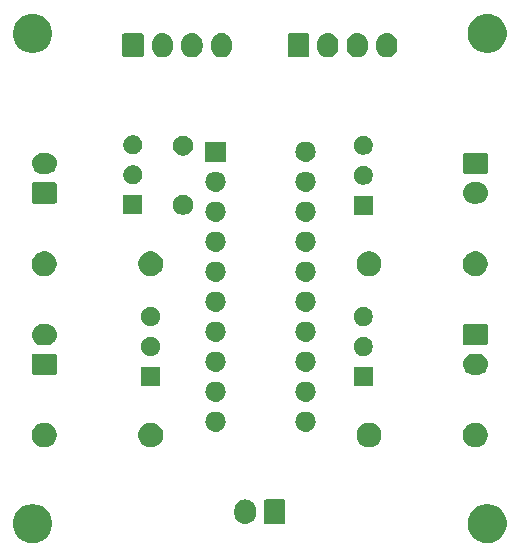
<source format=gbr>
G04 #@! TF.GenerationSoftware,KiCad,Pcbnew,(5.1.4)-1*
G04 #@! TF.CreationDate,2020-08-13T18:30:19+03:00*
G04 #@! TF.ProjectId,4_switch_array,345f7377-6974-4636-985f-61727261792e,rev?*
G04 #@! TF.SameCoordinates,Original*
G04 #@! TF.FileFunction,Soldermask,Top*
G04 #@! TF.FilePolarity,Negative*
%FSLAX46Y46*%
G04 Gerber Fmt 4.6, Leading zero omitted, Abs format (unit mm)*
G04 Created by KiCad (PCBNEW (5.1.4)-1) date 2020-08-13 18:30:19*
%MOMM*%
%LPD*%
G04 APERTURE LIST*
%ADD10C,0.100000*%
G04 APERTURE END LIST*
D10*
G36*
X166375256Y-76891298D02*
G01*
X166481579Y-76912447D01*
X166782042Y-77036903D01*
X167052451Y-77217585D01*
X167282415Y-77447549D01*
X167463097Y-77717958D01*
X167578460Y-77996468D01*
X167587553Y-78018422D01*
X167641611Y-78290186D01*
X167651000Y-78337391D01*
X167651000Y-78662609D01*
X167587553Y-78981579D01*
X167463097Y-79282042D01*
X167282415Y-79552451D01*
X167052451Y-79782415D01*
X166782042Y-79963097D01*
X166481579Y-80087553D01*
X166375256Y-80108702D01*
X166162611Y-80151000D01*
X165837389Y-80151000D01*
X165624744Y-80108702D01*
X165518421Y-80087553D01*
X165217958Y-79963097D01*
X164947549Y-79782415D01*
X164717585Y-79552451D01*
X164536903Y-79282042D01*
X164412447Y-78981579D01*
X164349000Y-78662609D01*
X164349000Y-78337391D01*
X164358390Y-78290186D01*
X164412447Y-78018422D01*
X164421541Y-77996468D01*
X164536903Y-77717958D01*
X164717585Y-77447549D01*
X164947549Y-77217585D01*
X165217958Y-77036903D01*
X165518421Y-76912447D01*
X165624744Y-76891298D01*
X165837389Y-76849000D01*
X166162611Y-76849000D01*
X166375256Y-76891298D01*
X166375256Y-76891298D01*
G37*
G36*
X127875256Y-76891298D02*
G01*
X127981579Y-76912447D01*
X128282042Y-77036903D01*
X128552451Y-77217585D01*
X128782415Y-77447549D01*
X128963097Y-77717958D01*
X129078460Y-77996468D01*
X129087553Y-78018422D01*
X129141611Y-78290186D01*
X129151000Y-78337391D01*
X129151000Y-78662609D01*
X129087553Y-78981579D01*
X128963097Y-79282042D01*
X128782415Y-79552451D01*
X128552451Y-79782415D01*
X128282042Y-79963097D01*
X127981579Y-80087553D01*
X127875256Y-80108702D01*
X127662611Y-80151000D01*
X127337389Y-80151000D01*
X127124744Y-80108702D01*
X127018421Y-80087553D01*
X126717958Y-79963097D01*
X126447549Y-79782415D01*
X126217585Y-79552451D01*
X126036903Y-79282042D01*
X125912447Y-78981579D01*
X125849000Y-78662609D01*
X125849000Y-78337391D01*
X125858390Y-78290186D01*
X125912447Y-78018422D01*
X125921541Y-77996468D01*
X126036903Y-77717958D01*
X126217585Y-77447549D01*
X126447549Y-77217585D01*
X126717958Y-77036903D01*
X127018421Y-76912447D01*
X127124744Y-76891298D01*
X127337389Y-76849000D01*
X127662611Y-76849000D01*
X127875256Y-76891298D01*
X127875256Y-76891298D01*
G37*
G36*
X145676627Y-76462037D02*
G01*
X145846466Y-76513557D01*
X146002991Y-76597222D01*
X146038729Y-76626552D01*
X146140186Y-76709814D01*
X146223448Y-76811271D01*
X146252778Y-76847009D01*
X146336443Y-77003534D01*
X146387963Y-77173374D01*
X146401000Y-77305743D01*
X146401000Y-77694258D01*
X146387963Y-77826627D01*
X146336443Y-77996466D01*
X146252778Y-78152991D01*
X146223448Y-78188729D01*
X146140186Y-78290186D01*
X146002989Y-78402779D01*
X145846467Y-78486442D01*
X145846465Y-78486443D01*
X145676626Y-78537963D01*
X145500000Y-78555359D01*
X145323373Y-78537963D01*
X145153534Y-78486443D01*
X144997009Y-78402778D01*
X144954750Y-78368097D01*
X144859814Y-78290186D01*
X144747221Y-78152989D01*
X144663558Y-77996467D01*
X144663557Y-77996465D01*
X144612037Y-77826626D01*
X144605519Y-77760442D01*
X144599000Y-77694259D01*
X144599000Y-77305740D01*
X144612037Y-77173375D01*
X144612037Y-77173373D01*
X144663557Y-77003534D01*
X144747222Y-76847009D01*
X144859815Y-76709815D01*
X144997010Y-76597222D01*
X145153535Y-76513557D01*
X145323374Y-76462037D01*
X145500000Y-76444641D01*
X145676627Y-76462037D01*
X145676627Y-76462037D01*
G37*
G36*
X148758600Y-76452989D02*
G01*
X148791652Y-76463015D01*
X148822103Y-76479292D01*
X148848799Y-76501201D01*
X148870708Y-76527897D01*
X148886985Y-76558348D01*
X148897011Y-76591400D01*
X148901000Y-76631903D01*
X148901000Y-78368097D01*
X148897011Y-78408600D01*
X148886985Y-78441652D01*
X148870708Y-78472103D01*
X148848799Y-78498799D01*
X148822103Y-78520708D01*
X148791652Y-78536985D01*
X148758600Y-78547011D01*
X148718097Y-78551000D01*
X147281903Y-78551000D01*
X147241400Y-78547011D01*
X147208348Y-78536985D01*
X147177897Y-78520708D01*
X147151201Y-78498799D01*
X147129292Y-78472103D01*
X147113015Y-78441652D01*
X147102989Y-78408600D01*
X147099000Y-78368097D01*
X147099000Y-76631903D01*
X147102989Y-76591400D01*
X147113015Y-76558348D01*
X147129292Y-76527897D01*
X147151201Y-76501201D01*
X147177897Y-76479292D01*
X147208348Y-76463015D01*
X147241400Y-76452989D01*
X147281903Y-76449000D01*
X148718097Y-76449000D01*
X148758600Y-76452989D01*
X148758600Y-76452989D01*
G37*
G36*
X165306564Y-69989389D02*
G01*
X165497833Y-70068615D01*
X165497835Y-70068616D01*
X165669973Y-70183635D01*
X165816365Y-70330027D01*
X165931385Y-70502167D01*
X166010611Y-70693436D01*
X166051000Y-70896484D01*
X166051000Y-71103516D01*
X166010611Y-71306564D01*
X165931385Y-71497833D01*
X165931384Y-71497835D01*
X165816365Y-71669973D01*
X165669973Y-71816365D01*
X165497835Y-71931384D01*
X165497834Y-71931385D01*
X165497833Y-71931385D01*
X165306564Y-72010611D01*
X165103516Y-72051000D01*
X164896484Y-72051000D01*
X164693436Y-72010611D01*
X164502167Y-71931385D01*
X164502166Y-71931385D01*
X164502165Y-71931384D01*
X164330027Y-71816365D01*
X164183635Y-71669973D01*
X164068616Y-71497835D01*
X164068615Y-71497833D01*
X163989389Y-71306564D01*
X163949000Y-71103516D01*
X163949000Y-70896484D01*
X163989389Y-70693436D01*
X164068615Y-70502167D01*
X164183635Y-70330027D01*
X164330027Y-70183635D01*
X164502165Y-70068616D01*
X164502167Y-70068615D01*
X164693436Y-69989389D01*
X164896484Y-69949000D01*
X165103516Y-69949000D01*
X165306564Y-69989389D01*
X165306564Y-69989389D01*
G37*
G36*
X128806564Y-69989389D02*
G01*
X128997833Y-70068615D01*
X128997835Y-70068616D01*
X129169973Y-70183635D01*
X129316365Y-70330027D01*
X129431385Y-70502167D01*
X129510611Y-70693436D01*
X129551000Y-70896484D01*
X129551000Y-71103516D01*
X129510611Y-71306564D01*
X129431385Y-71497833D01*
X129431384Y-71497835D01*
X129316365Y-71669973D01*
X129169973Y-71816365D01*
X128997835Y-71931384D01*
X128997834Y-71931385D01*
X128997833Y-71931385D01*
X128806564Y-72010611D01*
X128603516Y-72051000D01*
X128396484Y-72051000D01*
X128193436Y-72010611D01*
X128002167Y-71931385D01*
X128002166Y-71931385D01*
X128002165Y-71931384D01*
X127830027Y-71816365D01*
X127683635Y-71669973D01*
X127568616Y-71497835D01*
X127568615Y-71497833D01*
X127489389Y-71306564D01*
X127449000Y-71103516D01*
X127449000Y-70896484D01*
X127489389Y-70693436D01*
X127568615Y-70502167D01*
X127683635Y-70330027D01*
X127830027Y-70183635D01*
X128002165Y-70068616D01*
X128002167Y-70068615D01*
X128193436Y-69989389D01*
X128396484Y-69949000D01*
X128603516Y-69949000D01*
X128806564Y-69989389D01*
X128806564Y-69989389D01*
G37*
G36*
X137806564Y-69989389D02*
G01*
X137997833Y-70068615D01*
X137997835Y-70068616D01*
X138169973Y-70183635D01*
X138316365Y-70330027D01*
X138431385Y-70502167D01*
X138510611Y-70693436D01*
X138551000Y-70896484D01*
X138551000Y-71103516D01*
X138510611Y-71306564D01*
X138431385Y-71497833D01*
X138431384Y-71497835D01*
X138316365Y-71669973D01*
X138169973Y-71816365D01*
X137997835Y-71931384D01*
X137997834Y-71931385D01*
X137997833Y-71931385D01*
X137806564Y-72010611D01*
X137603516Y-72051000D01*
X137396484Y-72051000D01*
X137193436Y-72010611D01*
X137002167Y-71931385D01*
X137002166Y-71931385D01*
X137002165Y-71931384D01*
X136830027Y-71816365D01*
X136683635Y-71669973D01*
X136568616Y-71497835D01*
X136568615Y-71497833D01*
X136489389Y-71306564D01*
X136449000Y-71103516D01*
X136449000Y-70896484D01*
X136489389Y-70693436D01*
X136568615Y-70502167D01*
X136683635Y-70330027D01*
X136830027Y-70183635D01*
X137002165Y-70068616D01*
X137002167Y-70068615D01*
X137193436Y-69989389D01*
X137396484Y-69949000D01*
X137603516Y-69949000D01*
X137806564Y-69989389D01*
X137806564Y-69989389D01*
G37*
G36*
X156306564Y-69989389D02*
G01*
X156497833Y-70068615D01*
X156497835Y-70068616D01*
X156669973Y-70183635D01*
X156816365Y-70330027D01*
X156931385Y-70502167D01*
X157010611Y-70693436D01*
X157051000Y-70896484D01*
X157051000Y-71103516D01*
X157010611Y-71306564D01*
X156931385Y-71497833D01*
X156931384Y-71497835D01*
X156816365Y-71669973D01*
X156669973Y-71816365D01*
X156497835Y-71931384D01*
X156497834Y-71931385D01*
X156497833Y-71931385D01*
X156306564Y-72010611D01*
X156103516Y-72051000D01*
X155896484Y-72051000D01*
X155693436Y-72010611D01*
X155502167Y-71931385D01*
X155502166Y-71931385D01*
X155502165Y-71931384D01*
X155330027Y-71816365D01*
X155183635Y-71669973D01*
X155068616Y-71497835D01*
X155068615Y-71497833D01*
X154989389Y-71306564D01*
X154949000Y-71103516D01*
X154949000Y-70896484D01*
X154989389Y-70693436D01*
X155068615Y-70502167D01*
X155183635Y-70330027D01*
X155330027Y-70183635D01*
X155502165Y-70068616D01*
X155502167Y-70068615D01*
X155693436Y-69989389D01*
X155896484Y-69949000D01*
X156103516Y-69949000D01*
X156306564Y-69989389D01*
X156306564Y-69989389D01*
G37*
G36*
X143166823Y-69021313D02*
G01*
X143327242Y-69069976D01*
X143459906Y-69140886D01*
X143475078Y-69148996D01*
X143604659Y-69255341D01*
X143711004Y-69384922D01*
X143711005Y-69384924D01*
X143790024Y-69532758D01*
X143838687Y-69693177D01*
X143855117Y-69860000D01*
X143838687Y-70026823D01*
X143790024Y-70187242D01*
X143719114Y-70319906D01*
X143711004Y-70335078D01*
X143604659Y-70464659D01*
X143475078Y-70571004D01*
X143475076Y-70571005D01*
X143327242Y-70650024D01*
X143166823Y-70698687D01*
X143041804Y-70711000D01*
X142958196Y-70711000D01*
X142833177Y-70698687D01*
X142672758Y-70650024D01*
X142524924Y-70571005D01*
X142524922Y-70571004D01*
X142395341Y-70464659D01*
X142288996Y-70335078D01*
X142280886Y-70319906D01*
X142209976Y-70187242D01*
X142161313Y-70026823D01*
X142144883Y-69860000D01*
X142161313Y-69693177D01*
X142209976Y-69532758D01*
X142288995Y-69384924D01*
X142288996Y-69384922D01*
X142395341Y-69255341D01*
X142524922Y-69148996D01*
X142540094Y-69140886D01*
X142672758Y-69069976D01*
X142833177Y-69021313D01*
X142958196Y-69009000D01*
X143041804Y-69009000D01*
X143166823Y-69021313D01*
X143166823Y-69021313D01*
G37*
G36*
X150786823Y-69021313D02*
G01*
X150947242Y-69069976D01*
X151079906Y-69140886D01*
X151095078Y-69148996D01*
X151224659Y-69255341D01*
X151331004Y-69384922D01*
X151331005Y-69384924D01*
X151410024Y-69532758D01*
X151458687Y-69693177D01*
X151475117Y-69860000D01*
X151458687Y-70026823D01*
X151410024Y-70187242D01*
X151339114Y-70319906D01*
X151331004Y-70335078D01*
X151224659Y-70464659D01*
X151095078Y-70571004D01*
X151095076Y-70571005D01*
X150947242Y-70650024D01*
X150786823Y-70698687D01*
X150661804Y-70711000D01*
X150578196Y-70711000D01*
X150453177Y-70698687D01*
X150292758Y-70650024D01*
X150144924Y-70571005D01*
X150144922Y-70571004D01*
X150015341Y-70464659D01*
X149908996Y-70335078D01*
X149900886Y-70319906D01*
X149829976Y-70187242D01*
X149781313Y-70026823D01*
X149764883Y-69860000D01*
X149781313Y-69693177D01*
X149829976Y-69532758D01*
X149908995Y-69384924D01*
X149908996Y-69384922D01*
X150015341Y-69255341D01*
X150144922Y-69148996D01*
X150160094Y-69140886D01*
X150292758Y-69069976D01*
X150453177Y-69021313D01*
X150578196Y-69009000D01*
X150661804Y-69009000D01*
X150786823Y-69021313D01*
X150786823Y-69021313D01*
G37*
G36*
X143166823Y-66481313D02*
G01*
X143327242Y-66529976D01*
X143459906Y-66600886D01*
X143475078Y-66608996D01*
X143604659Y-66715341D01*
X143711004Y-66844922D01*
X143711005Y-66844924D01*
X143790024Y-66992758D01*
X143838687Y-67153177D01*
X143855117Y-67320000D01*
X143838687Y-67486823D01*
X143790024Y-67647242D01*
X143719114Y-67779906D01*
X143711004Y-67795078D01*
X143604659Y-67924659D01*
X143475078Y-68031004D01*
X143475076Y-68031005D01*
X143327242Y-68110024D01*
X143166823Y-68158687D01*
X143041804Y-68171000D01*
X142958196Y-68171000D01*
X142833177Y-68158687D01*
X142672758Y-68110024D01*
X142524924Y-68031005D01*
X142524922Y-68031004D01*
X142395341Y-67924659D01*
X142288996Y-67795078D01*
X142280886Y-67779906D01*
X142209976Y-67647242D01*
X142161313Y-67486823D01*
X142144883Y-67320000D01*
X142161313Y-67153177D01*
X142209976Y-66992758D01*
X142288995Y-66844924D01*
X142288996Y-66844922D01*
X142395341Y-66715341D01*
X142524922Y-66608996D01*
X142540094Y-66600886D01*
X142672758Y-66529976D01*
X142833177Y-66481313D01*
X142958196Y-66469000D01*
X143041804Y-66469000D01*
X143166823Y-66481313D01*
X143166823Y-66481313D01*
G37*
G36*
X150786823Y-66481313D02*
G01*
X150947242Y-66529976D01*
X151079906Y-66600886D01*
X151095078Y-66608996D01*
X151224659Y-66715341D01*
X151331004Y-66844922D01*
X151331005Y-66844924D01*
X151410024Y-66992758D01*
X151458687Y-67153177D01*
X151475117Y-67320000D01*
X151458687Y-67486823D01*
X151410024Y-67647242D01*
X151339114Y-67779906D01*
X151331004Y-67795078D01*
X151224659Y-67924659D01*
X151095078Y-68031004D01*
X151095076Y-68031005D01*
X150947242Y-68110024D01*
X150786823Y-68158687D01*
X150661804Y-68171000D01*
X150578196Y-68171000D01*
X150453177Y-68158687D01*
X150292758Y-68110024D01*
X150144924Y-68031005D01*
X150144922Y-68031004D01*
X150015341Y-67924659D01*
X149908996Y-67795078D01*
X149900886Y-67779906D01*
X149829976Y-67647242D01*
X149781313Y-67486823D01*
X149764883Y-67320000D01*
X149781313Y-67153177D01*
X149829976Y-66992758D01*
X149908995Y-66844924D01*
X149908996Y-66844922D01*
X150015341Y-66715341D01*
X150144922Y-66608996D01*
X150160094Y-66600886D01*
X150292758Y-66529976D01*
X150453177Y-66481313D01*
X150578196Y-66469000D01*
X150661804Y-66469000D01*
X150786823Y-66481313D01*
X150786823Y-66481313D01*
G37*
G36*
X156301000Y-66841000D02*
G01*
X154699000Y-66841000D01*
X154699000Y-65239000D01*
X156301000Y-65239000D01*
X156301000Y-66841000D01*
X156301000Y-66841000D01*
G37*
G36*
X138301000Y-66841000D02*
G01*
X136699000Y-66841000D01*
X136699000Y-65239000D01*
X138301000Y-65239000D01*
X138301000Y-66841000D01*
X138301000Y-66841000D01*
G37*
G36*
X129408600Y-64102989D02*
G01*
X129441652Y-64113015D01*
X129472103Y-64129292D01*
X129498799Y-64151201D01*
X129520708Y-64177897D01*
X129536985Y-64208348D01*
X129547011Y-64241400D01*
X129551000Y-64281903D01*
X129551000Y-65718097D01*
X129547011Y-65758600D01*
X129536985Y-65791652D01*
X129520708Y-65822103D01*
X129498799Y-65848799D01*
X129472103Y-65870708D01*
X129441652Y-65886985D01*
X129408600Y-65897011D01*
X129368097Y-65901000D01*
X127631903Y-65901000D01*
X127591400Y-65897011D01*
X127558348Y-65886985D01*
X127527897Y-65870708D01*
X127501201Y-65848799D01*
X127479292Y-65822103D01*
X127463015Y-65791652D01*
X127452989Y-65758600D01*
X127449000Y-65718097D01*
X127449000Y-64281903D01*
X127452989Y-64241400D01*
X127463015Y-64208348D01*
X127479292Y-64177897D01*
X127501201Y-64151201D01*
X127527897Y-64129292D01*
X127558348Y-64113015D01*
X127591400Y-64102989D01*
X127631903Y-64099000D01*
X129368097Y-64099000D01*
X129408600Y-64102989D01*
X129408600Y-64102989D01*
G37*
G36*
X165234760Y-64102989D02*
G01*
X165326627Y-64112037D01*
X165496466Y-64163557D01*
X165652991Y-64247222D01*
X165681013Y-64270219D01*
X165790186Y-64359814D01*
X165873448Y-64461271D01*
X165902778Y-64497009D01*
X165902779Y-64497011D01*
X165964871Y-64613175D01*
X165986443Y-64653534D01*
X166037963Y-64823373D01*
X166055359Y-65000000D01*
X166037963Y-65176627D01*
X165986443Y-65346466D01*
X165902778Y-65502991D01*
X165873448Y-65538729D01*
X165790186Y-65640186D01*
X165695250Y-65718097D01*
X165652991Y-65752778D01*
X165496466Y-65836443D01*
X165326627Y-65887963D01*
X165260442Y-65894482D01*
X165194260Y-65901000D01*
X164805740Y-65901000D01*
X164739558Y-65894482D01*
X164673373Y-65887963D01*
X164503534Y-65836443D01*
X164347009Y-65752778D01*
X164304750Y-65718097D01*
X164209814Y-65640186D01*
X164126552Y-65538729D01*
X164097222Y-65502991D01*
X164013557Y-65346466D01*
X163962037Y-65176627D01*
X163944641Y-65000000D01*
X163962037Y-64823373D01*
X164013557Y-64653534D01*
X164035130Y-64613175D01*
X164097221Y-64497011D01*
X164097222Y-64497009D01*
X164126552Y-64461271D01*
X164209814Y-64359814D01*
X164318987Y-64270219D01*
X164347009Y-64247222D01*
X164503534Y-64163557D01*
X164673373Y-64112037D01*
X164765240Y-64102989D01*
X164805740Y-64099000D01*
X165194260Y-64099000D01*
X165234760Y-64102989D01*
X165234760Y-64102989D01*
G37*
G36*
X143166823Y-63941313D02*
G01*
X143327242Y-63989976D01*
X143459906Y-64060886D01*
X143475078Y-64068996D01*
X143604659Y-64175341D01*
X143711004Y-64304922D01*
X143711005Y-64304924D01*
X143790024Y-64452758D01*
X143838687Y-64613177D01*
X143855117Y-64780000D01*
X143838687Y-64946823D01*
X143790024Y-65107242D01*
X143752938Y-65176625D01*
X143711004Y-65255078D01*
X143604659Y-65384659D01*
X143475078Y-65491004D01*
X143475076Y-65491005D01*
X143327242Y-65570024D01*
X143166823Y-65618687D01*
X143041804Y-65631000D01*
X142958196Y-65631000D01*
X142833177Y-65618687D01*
X142672758Y-65570024D01*
X142524924Y-65491005D01*
X142524922Y-65491004D01*
X142395341Y-65384659D01*
X142288996Y-65255078D01*
X142247062Y-65176625D01*
X142209976Y-65107242D01*
X142161313Y-64946823D01*
X142144883Y-64780000D01*
X142161313Y-64613177D01*
X142209976Y-64452758D01*
X142288995Y-64304924D01*
X142288996Y-64304922D01*
X142395341Y-64175341D01*
X142524922Y-64068996D01*
X142540094Y-64060886D01*
X142672758Y-63989976D01*
X142833177Y-63941313D01*
X142958196Y-63929000D01*
X143041804Y-63929000D01*
X143166823Y-63941313D01*
X143166823Y-63941313D01*
G37*
G36*
X150786823Y-63941313D02*
G01*
X150947242Y-63989976D01*
X151079906Y-64060886D01*
X151095078Y-64068996D01*
X151224659Y-64175341D01*
X151331004Y-64304922D01*
X151331005Y-64304924D01*
X151410024Y-64452758D01*
X151458687Y-64613177D01*
X151475117Y-64780000D01*
X151458687Y-64946823D01*
X151410024Y-65107242D01*
X151372938Y-65176625D01*
X151331004Y-65255078D01*
X151224659Y-65384659D01*
X151095078Y-65491004D01*
X151095076Y-65491005D01*
X150947242Y-65570024D01*
X150786823Y-65618687D01*
X150661804Y-65631000D01*
X150578196Y-65631000D01*
X150453177Y-65618687D01*
X150292758Y-65570024D01*
X150144924Y-65491005D01*
X150144922Y-65491004D01*
X150015341Y-65384659D01*
X149908996Y-65255078D01*
X149867062Y-65176625D01*
X149829976Y-65107242D01*
X149781313Y-64946823D01*
X149764883Y-64780000D01*
X149781313Y-64613177D01*
X149829976Y-64452758D01*
X149908995Y-64304924D01*
X149908996Y-64304922D01*
X150015341Y-64175341D01*
X150144922Y-64068996D01*
X150160094Y-64060886D01*
X150292758Y-63989976D01*
X150453177Y-63941313D01*
X150578196Y-63929000D01*
X150661804Y-63929000D01*
X150786823Y-63941313D01*
X150786823Y-63941313D01*
G37*
G36*
X137733642Y-62729781D02*
G01*
X137879414Y-62790162D01*
X137879416Y-62790163D01*
X138010608Y-62877822D01*
X138122178Y-62989392D01*
X138209837Y-63120584D01*
X138209838Y-63120586D01*
X138270219Y-63266358D01*
X138301000Y-63421107D01*
X138301000Y-63578893D01*
X138270219Y-63733642D01*
X138209838Y-63879414D01*
X138209837Y-63879416D01*
X138122178Y-64010608D01*
X138010608Y-64122178D01*
X137879416Y-64209837D01*
X137879415Y-64209838D01*
X137879414Y-64209838D01*
X137733642Y-64270219D01*
X137578893Y-64301000D01*
X137421107Y-64301000D01*
X137266358Y-64270219D01*
X137120586Y-64209838D01*
X137120585Y-64209838D01*
X137120584Y-64209837D01*
X136989392Y-64122178D01*
X136877822Y-64010608D01*
X136790163Y-63879416D01*
X136790162Y-63879414D01*
X136729781Y-63733642D01*
X136699000Y-63578893D01*
X136699000Y-63421107D01*
X136729781Y-63266358D01*
X136790162Y-63120586D01*
X136790163Y-63120584D01*
X136877822Y-62989392D01*
X136989392Y-62877822D01*
X137120584Y-62790163D01*
X137120586Y-62790162D01*
X137266358Y-62729781D01*
X137421107Y-62699000D01*
X137578893Y-62699000D01*
X137733642Y-62729781D01*
X137733642Y-62729781D01*
G37*
G36*
X155733642Y-62729781D02*
G01*
X155879414Y-62790162D01*
X155879416Y-62790163D01*
X156010608Y-62877822D01*
X156122178Y-62989392D01*
X156209837Y-63120584D01*
X156209838Y-63120586D01*
X156270219Y-63266358D01*
X156301000Y-63421107D01*
X156301000Y-63578893D01*
X156270219Y-63733642D01*
X156209838Y-63879414D01*
X156209837Y-63879416D01*
X156122178Y-64010608D01*
X156010608Y-64122178D01*
X155879416Y-64209837D01*
X155879415Y-64209838D01*
X155879414Y-64209838D01*
X155733642Y-64270219D01*
X155578893Y-64301000D01*
X155421107Y-64301000D01*
X155266358Y-64270219D01*
X155120586Y-64209838D01*
X155120585Y-64209838D01*
X155120584Y-64209837D01*
X154989392Y-64122178D01*
X154877822Y-64010608D01*
X154790163Y-63879416D01*
X154790162Y-63879414D01*
X154729781Y-63733642D01*
X154699000Y-63578893D01*
X154699000Y-63421107D01*
X154729781Y-63266358D01*
X154790162Y-63120586D01*
X154790163Y-63120584D01*
X154877822Y-62989392D01*
X154989392Y-62877822D01*
X155120584Y-62790163D01*
X155120586Y-62790162D01*
X155266358Y-62729781D01*
X155421107Y-62699000D01*
X155578893Y-62699000D01*
X155733642Y-62729781D01*
X155733642Y-62729781D01*
G37*
G36*
X165908600Y-61602989D02*
G01*
X165941652Y-61613015D01*
X165972103Y-61629292D01*
X165998799Y-61651201D01*
X166020708Y-61677897D01*
X166036985Y-61708348D01*
X166047011Y-61741400D01*
X166051000Y-61781903D01*
X166051000Y-63218097D01*
X166047011Y-63258600D01*
X166036985Y-63291652D01*
X166020708Y-63322103D01*
X165998799Y-63348799D01*
X165972103Y-63370708D01*
X165941652Y-63386985D01*
X165908600Y-63397011D01*
X165868097Y-63401000D01*
X164131903Y-63401000D01*
X164091400Y-63397011D01*
X164058348Y-63386985D01*
X164027897Y-63370708D01*
X164001201Y-63348799D01*
X163979292Y-63322103D01*
X163963015Y-63291652D01*
X163952989Y-63258600D01*
X163949000Y-63218097D01*
X163949000Y-61781903D01*
X163952989Y-61741400D01*
X163963015Y-61708348D01*
X163979292Y-61677897D01*
X164001201Y-61651201D01*
X164027897Y-61629292D01*
X164058348Y-61613015D01*
X164091400Y-61602989D01*
X164131903Y-61599000D01*
X165868097Y-61599000D01*
X165908600Y-61602989D01*
X165908600Y-61602989D01*
G37*
G36*
X128734760Y-61602989D02*
G01*
X128826627Y-61612037D01*
X128996466Y-61663557D01*
X129152991Y-61747222D01*
X129188729Y-61776552D01*
X129290186Y-61859814D01*
X129373448Y-61961271D01*
X129402778Y-61997009D01*
X129486443Y-62153534D01*
X129537963Y-62323373D01*
X129555359Y-62500000D01*
X129537963Y-62676627D01*
X129486443Y-62846466D01*
X129402778Y-63002991D01*
X129373448Y-63038729D01*
X129290186Y-63140186D01*
X129195250Y-63218097D01*
X129152991Y-63252778D01*
X128996466Y-63336443D01*
X128826627Y-63387963D01*
X128760442Y-63394482D01*
X128694260Y-63401000D01*
X128305740Y-63401000D01*
X128239558Y-63394482D01*
X128173373Y-63387963D01*
X128003534Y-63336443D01*
X127847009Y-63252778D01*
X127804750Y-63218097D01*
X127709814Y-63140186D01*
X127626552Y-63038729D01*
X127597222Y-63002991D01*
X127513557Y-62846466D01*
X127462037Y-62676627D01*
X127444641Y-62500000D01*
X127462037Y-62323373D01*
X127513557Y-62153534D01*
X127597222Y-61997009D01*
X127626552Y-61961271D01*
X127709814Y-61859814D01*
X127811271Y-61776552D01*
X127847009Y-61747222D01*
X128003534Y-61663557D01*
X128173373Y-61612037D01*
X128265240Y-61602989D01*
X128305740Y-61599000D01*
X128694260Y-61599000D01*
X128734760Y-61602989D01*
X128734760Y-61602989D01*
G37*
G36*
X150786823Y-61401313D02*
G01*
X150947242Y-61449976D01*
X151079906Y-61520886D01*
X151095078Y-61528996D01*
X151224659Y-61635341D01*
X151331004Y-61764922D01*
X151331005Y-61764924D01*
X151410024Y-61912758D01*
X151458687Y-62073177D01*
X151475117Y-62240000D01*
X151458687Y-62406823D01*
X151410024Y-62567242D01*
X151351556Y-62676627D01*
X151331004Y-62715078D01*
X151224659Y-62844659D01*
X151095078Y-62951004D01*
X151095076Y-62951005D01*
X150947242Y-63030024D01*
X150786823Y-63078687D01*
X150661804Y-63091000D01*
X150578196Y-63091000D01*
X150453177Y-63078687D01*
X150292758Y-63030024D01*
X150144924Y-62951005D01*
X150144922Y-62951004D01*
X150015341Y-62844659D01*
X149908996Y-62715078D01*
X149888444Y-62676627D01*
X149829976Y-62567242D01*
X149781313Y-62406823D01*
X149764883Y-62240000D01*
X149781313Y-62073177D01*
X149829976Y-61912758D01*
X149908995Y-61764924D01*
X149908996Y-61764922D01*
X150015341Y-61635341D01*
X150144922Y-61528996D01*
X150160094Y-61520886D01*
X150292758Y-61449976D01*
X150453177Y-61401313D01*
X150578196Y-61389000D01*
X150661804Y-61389000D01*
X150786823Y-61401313D01*
X150786823Y-61401313D01*
G37*
G36*
X143166823Y-61401313D02*
G01*
X143327242Y-61449976D01*
X143459906Y-61520886D01*
X143475078Y-61528996D01*
X143604659Y-61635341D01*
X143711004Y-61764922D01*
X143711005Y-61764924D01*
X143790024Y-61912758D01*
X143838687Y-62073177D01*
X143855117Y-62240000D01*
X143838687Y-62406823D01*
X143790024Y-62567242D01*
X143731556Y-62676627D01*
X143711004Y-62715078D01*
X143604659Y-62844659D01*
X143475078Y-62951004D01*
X143475076Y-62951005D01*
X143327242Y-63030024D01*
X143166823Y-63078687D01*
X143041804Y-63091000D01*
X142958196Y-63091000D01*
X142833177Y-63078687D01*
X142672758Y-63030024D01*
X142524924Y-62951005D01*
X142524922Y-62951004D01*
X142395341Y-62844659D01*
X142288996Y-62715078D01*
X142268444Y-62676627D01*
X142209976Y-62567242D01*
X142161313Y-62406823D01*
X142144883Y-62240000D01*
X142161313Y-62073177D01*
X142209976Y-61912758D01*
X142288995Y-61764924D01*
X142288996Y-61764922D01*
X142395341Y-61635341D01*
X142524922Y-61528996D01*
X142540094Y-61520886D01*
X142672758Y-61449976D01*
X142833177Y-61401313D01*
X142958196Y-61389000D01*
X143041804Y-61389000D01*
X143166823Y-61401313D01*
X143166823Y-61401313D01*
G37*
G36*
X137733642Y-60189781D02*
G01*
X137879414Y-60250162D01*
X137879416Y-60250163D01*
X138010608Y-60337822D01*
X138122178Y-60449392D01*
X138209837Y-60580584D01*
X138209838Y-60580586D01*
X138270219Y-60726358D01*
X138301000Y-60881107D01*
X138301000Y-61038893D01*
X138270219Y-61193642D01*
X138209838Y-61339414D01*
X138209837Y-61339416D01*
X138122178Y-61470608D01*
X138010608Y-61582178D01*
X137879416Y-61669837D01*
X137879415Y-61669838D01*
X137879414Y-61669838D01*
X137733642Y-61730219D01*
X137578893Y-61761000D01*
X137421107Y-61761000D01*
X137266358Y-61730219D01*
X137120586Y-61669838D01*
X137120585Y-61669838D01*
X137120584Y-61669837D01*
X136989392Y-61582178D01*
X136877822Y-61470608D01*
X136790163Y-61339416D01*
X136790162Y-61339414D01*
X136729781Y-61193642D01*
X136699000Y-61038893D01*
X136699000Y-60881107D01*
X136729781Y-60726358D01*
X136790162Y-60580586D01*
X136790163Y-60580584D01*
X136877822Y-60449392D01*
X136989392Y-60337822D01*
X137120584Y-60250163D01*
X137120586Y-60250162D01*
X137266358Y-60189781D01*
X137421107Y-60159000D01*
X137578893Y-60159000D01*
X137733642Y-60189781D01*
X137733642Y-60189781D01*
G37*
G36*
X155733642Y-60189781D02*
G01*
X155879414Y-60250162D01*
X155879416Y-60250163D01*
X156010608Y-60337822D01*
X156122178Y-60449392D01*
X156209837Y-60580584D01*
X156209838Y-60580586D01*
X156270219Y-60726358D01*
X156301000Y-60881107D01*
X156301000Y-61038893D01*
X156270219Y-61193642D01*
X156209838Y-61339414D01*
X156209837Y-61339416D01*
X156122178Y-61470608D01*
X156010608Y-61582178D01*
X155879416Y-61669837D01*
X155879415Y-61669838D01*
X155879414Y-61669838D01*
X155733642Y-61730219D01*
X155578893Y-61761000D01*
X155421107Y-61761000D01*
X155266358Y-61730219D01*
X155120586Y-61669838D01*
X155120585Y-61669838D01*
X155120584Y-61669837D01*
X154989392Y-61582178D01*
X154877822Y-61470608D01*
X154790163Y-61339416D01*
X154790162Y-61339414D01*
X154729781Y-61193642D01*
X154699000Y-61038893D01*
X154699000Y-60881107D01*
X154729781Y-60726358D01*
X154790162Y-60580586D01*
X154790163Y-60580584D01*
X154877822Y-60449392D01*
X154989392Y-60337822D01*
X155120584Y-60250163D01*
X155120586Y-60250162D01*
X155266358Y-60189781D01*
X155421107Y-60159000D01*
X155578893Y-60159000D01*
X155733642Y-60189781D01*
X155733642Y-60189781D01*
G37*
G36*
X143166823Y-58861313D02*
G01*
X143327242Y-58909976D01*
X143459906Y-58980886D01*
X143475078Y-58988996D01*
X143604659Y-59095341D01*
X143711004Y-59224922D01*
X143711005Y-59224924D01*
X143790024Y-59372758D01*
X143838687Y-59533177D01*
X143855117Y-59700000D01*
X143838687Y-59866823D01*
X143790024Y-60027242D01*
X143719598Y-60159000D01*
X143711004Y-60175078D01*
X143604659Y-60304659D01*
X143475078Y-60411004D01*
X143475076Y-60411005D01*
X143327242Y-60490024D01*
X143166823Y-60538687D01*
X143041804Y-60551000D01*
X142958196Y-60551000D01*
X142833177Y-60538687D01*
X142672758Y-60490024D01*
X142524924Y-60411005D01*
X142524922Y-60411004D01*
X142395341Y-60304659D01*
X142288996Y-60175078D01*
X142280402Y-60159000D01*
X142209976Y-60027242D01*
X142161313Y-59866823D01*
X142144883Y-59700000D01*
X142161313Y-59533177D01*
X142209976Y-59372758D01*
X142288995Y-59224924D01*
X142288996Y-59224922D01*
X142395341Y-59095341D01*
X142524922Y-58988996D01*
X142540094Y-58980886D01*
X142672758Y-58909976D01*
X142833177Y-58861313D01*
X142958196Y-58849000D01*
X143041804Y-58849000D01*
X143166823Y-58861313D01*
X143166823Y-58861313D01*
G37*
G36*
X150786823Y-58861313D02*
G01*
X150947242Y-58909976D01*
X151079906Y-58980886D01*
X151095078Y-58988996D01*
X151224659Y-59095341D01*
X151331004Y-59224922D01*
X151331005Y-59224924D01*
X151410024Y-59372758D01*
X151458687Y-59533177D01*
X151475117Y-59700000D01*
X151458687Y-59866823D01*
X151410024Y-60027242D01*
X151339598Y-60159000D01*
X151331004Y-60175078D01*
X151224659Y-60304659D01*
X151095078Y-60411004D01*
X151095076Y-60411005D01*
X150947242Y-60490024D01*
X150786823Y-60538687D01*
X150661804Y-60551000D01*
X150578196Y-60551000D01*
X150453177Y-60538687D01*
X150292758Y-60490024D01*
X150144924Y-60411005D01*
X150144922Y-60411004D01*
X150015341Y-60304659D01*
X149908996Y-60175078D01*
X149900402Y-60159000D01*
X149829976Y-60027242D01*
X149781313Y-59866823D01*
X149764883Y-59700000D01*
X149781313Y-59533177D01*
X149829976Y-59372758D01*
X149908995Y-59224924D01*
X149908996Y-59224922D01*
X150015341Y-59095341D01*
X150144922Y-58988996D01*
X150160094Y-58980886D01*
X150292758Y-58909976D01*
X150453177Y-58861313D01*
X150578196Y-58849000D01*
X150661804Y-58849000D01*
X150786823Y-58861313D01*
X150786823Y-58861313D01*
G37*
G36*
X143166823Y-56321313D02*
G01*
X143327242Y-56369976D01*
X143459906Y-56440886D01*
X143475078Y-56448996D01*
X143604659Y-56555341D01*
X143711004Y-56684922D01*
X143711005Y-56684924D01*
X143790024Y-56832758D01*
X143838687Y-56993177D01*
X143855117Y-57160000D01*
X143838687Y-57326823D01*
X143790024Y-57487242D01*
X143719114Y-57619906D01*
X143711004Y-57635078D01*
X143604659Y-57764659D01*
X143475078Y-57871004D01*
X143475076Y-57871005D01*
X143327242Y-57950024D01*
X143166823Y-57998687D01*
X143041804Y-58011000D01*
X142958196Y-58011000D01*
X142833177Y-57998687D01*
X142672758Y-57950024D01*
X142524924Y-57871005D01*
X142524922Y-57871004D01*
X142395341Y-57764659D01*
X142288996Y-57635078D01*
X142280886Y-57619906D01*
X142209976Y-57487242D01*
X142161313Y-57326823D01*
X142144883Y-57160000D01*
X142161313Y-56993177D01*
X142209976Y-56832758D01*
X142288995Y-56684924D01*
X142288996Y-56684922D01*
X142395341Y-56555341D01*
X142524922Y-56448996D01*
X142540094Y-56440886D01*
X142672758Y-56369976D01*
X142833177Y-56321313D01*
X142958196Y-56309000D01*
X143041804Y-56309000D01*
X143166823Y-56321313D01*
X143166823Y-56321313D01*
G37*
G36*
X150786823Y-56321313D02*
G01*
X150947242Y-56369976D01*
X151079906Y-56440886D01*
X151095078Y-56448996D01*
X151224659Y-56555341D01*
X151331004Y-56684922D01*
X151331005Y-56684924D01*
X151410024Y-56832758D01*
X151458687Y-56993177D01*
X151475117Y-57160000D01*
X151458687Y-57326823D01*
X151410024Y-57487242D01*
X151339114Y-57619906D01*
X151331004Y-57635078D01*
X151224659Y-57764659D01*
X151095078Y-57871004D01*
X151095076Y-57871005D01*
X150947242Y-57950024D01*
X150786823Y-57998687D01*
X150661804Y-58011000D01*
X150578196Y-58011000D01*
X150453177Y-57998687D01*
X150292758Y-57950024D01*
X150144924Y-57871005D01*
X150144922Y-57871004D01*
X150015341Y-57764659D01*
X149908996Y-57635078D01*
X149900886Y-57619906D01*
X149829976Y-57487242D01*
X149781313Y-57326823D01*
X149764883Y-57160000D01*
X149781313Y-56993177D01*
X149829976Y-56832758D01*
X149908995Y-56684924D01*
X149908996Y-56684922D01*
X150015341Y-56555341D01*
X150144922Y-56448996D01*
X150160094Y-56440886D01*
X150292758Y-56369976D01*
X150453177Y-56321313D01*
X150578196Y-56309000D01*
X150661804Y-56309000D01*
X150786823Y-56321313D01*
X150786823Y-56321313D01*
G37*
G36*
X137806564Y-55489389D02*
G01*
X137997833Y-55568615D01*
X137997835Y-55568616D01*
X138169973Y-55683635D01*
X138316365Y-55830027D01*
X138431385Y-56002167D01*
X138510611Y-56193436D01*
X138551000Y-56396484D01*
X138551000Y-56603516D01*
X138510611Y-56806564D01*
X138431385Y-56997833D01*
X138431384Y-56997835D01*
X138316365Y-57169973D01*
X138169973Y-57316365D01*
X137997835Y-57431384D01*
X137997834Y-57431385D01*
X137997833Y-57431385D01*
X137806564Y-57510611D01*
X137603516Y-57551000D01*
X137396484Y-57551000D01*
X137193436Y-57510611D01*
X137002167Y-57431385D01*
X137002166Y-57431385D01*
X137002165Y-57431384D01*
X136830027Y-57316365D01*
X136683635Y-57169973D01*
X136568616Y-56997835D01*
X136568615Y-56997833D01*
X136489389Y-56806564D01*
X136449000Y-56603516D01*
X136449000Y-56396484D01*
X136489389Y-56193436D01*
X136568615Y-56002167D01*
X136683635Y-55830027D01*
X136830027Y-55683635D01*
X137002165Y-55568616D01*
X137002167Y-55568615D01*
X137193436Y-55489389D01*
X137396484Y-55449000D01*
X137603516Y-55449000D01*
X137806564Y-55489389D01*
X137806564Y-55489389D01*
G37*
G36*
X128806564Y-55489389D02*
G01*
X128997833Y-55568615D01*
X128997835Y-55568616D01*
X129169973Y-55683635D01*
X129316365Y-55830027D01*
X129431385Y-56002167D01*
X129510611Y-56193436D01*
X129551000Y-56396484D01*
X129551000Y-56603516D01*
X129510611Y-56806564D01*
X129431385Y-56997833D01*
X129431384Y-56997835D01*
X129316365Y-57169973D01*
X129169973Y-57316365D01*
X128997835Y-57431384D01*
X128997834Y-57431385D01*
X128997833Y-57431385D01*
X128806564Y-57510611D01*
X128603516Y-57551000D01*
X128396484Y-57551000D01*
X128193436Y-57510611D01*
X128002167Y-57431385D01*
X128002166Y-57431385D01*
X128002165Y-57431384D01*
X127830027Y-57316365D01*
X127683635Y-57169973D01*
X127568616Y-56997835D01*
X127568615Y-56997833D01*
X127489389Y-56806564D01*
X127449000Y-56603516D01*
X127449000Y-56396484D01*
X127489389Y-56193436D01*
X127568615Y-56002167D01*
X127683635Y-55830027D01*
X127830027Y-55683635D01*
X128002165Y-55568616D01*
X128002167Y-55568615D01*
X128193436Y-55489389D01*
X128396484Y-55449000D01*
X128603516Y-55449000D01*
X128806564Y-55489389D01*
X128806564Y-55489389D01*
G37*
G36*
X165306564Y-55489389D02*
G01*
X165497833Y-55568615D01*
X165497835Y-55568616D01*
X165669973Y-55683635D01*
X165816365Y-55830027D01*
X165931385Y-56002167D01*
X166010611Y-56193436D01*
X166051000Y-56396484D01*
X166051000Y-56603516D01*
X166010611Y-56806564D01*
X165931385Y-56997833D01*
X165931384Y-56997835D01*
X165816365Y-57169973D01*
X165669973Y-57316365D01*
X165497835Y-57431384D01*
X165497834Y-57431385D01*
X165497833Y-57431385D01*
X165306564Y-57510611D01*
X165103516Y-57551000D01*
X164896484Y-57551000D01*
X164693436Y-57510611D01*
X164502167Y-57431385D01*
X164502166Y-57431385D01*
X164502165Y-57431384D01*
X164330027Y-57316365D01*
X164183635Y-57169973D01*
X164068616Y-56997835D01*
X164068615Y-56997833D01*
X163989389Y-56806564D01*
X163949000Y-56603516D01*
X163949000Y-56396484D01*
X163989389Y-56193436D01*
X164068615Y-56002167D01*
X164183635Y-55830027D01*
X164330027Y-55683635D01*
X164502165Y-55568616D01*
X164502167Y-55568615D01*
X164693436Y-55489389D01*
X164896484Y-55449000D01*
X165103516Y-55449000D01*
X165306564Y-55489389D01*
X165306564Y-55489389D01*
G37*
G36*
X156306564Y-55489389D02*
G01*
X156497833Y-55568615D01*
X156497835Y-55568616D01*
X156669973Y-55683635D01*
X156816365Y-55830027D01*
X156931385Y-56002167D01*
X157010611Y-56193436D01*
X157051000Y-56396484D01*
X157051000Y-56603516D01*
X157010611Y-56806564D01*
X156931385Y-56997833D01*
X156931384Y-56997835D01*
X156816365Y-57169973D01*
X156669973Y-57316365D01*
X156497835Y-57431384D01*
X156497834Y-57431385D01*
X156497833Y-57431385D01*
X156306564Y-57510611D01*
X156103516Y-57551000D01*
X155896484Y-57551000D01*
X155693436Y-57510611D01*
X155502167Y-57431385D01*
X155502166Y-57431385D01*
X155502165Y-57431384D01*
X155330027Y-57316365D01*
X155183635Y-57169973D01*
X155068616Y-56997835D01*
X155068615Y-56997833D01*
X154989389Y-56806564D01*
X154949000Y-56603516D01*
X154949000Y-56396484D01*
X154989389Y-56193436D01*
X155068615Y-56002167D01*
X155183635Y-55830027D01*
X155330027Y-55683635D01*
X155502165Y-55568616D01*
X155502167Y-55568615D01*
X155693436Y-55489389D01*
X155896484Y-55449000D01*
X156103516Y-55449000D01*
X156306564Y-55489389D01*
X156306564Y-55489389D01*
G37*
G36*
X143166823Y-53781313D02*
G01*
X143327242Y-53829976D01*
X143459906Y-53900886D01*
X143475078Y-53908996D01*
X143604659Y-54015341D01*
X143711004Y-54144922D01*
X143711005Y-54144924D01*
X143790024Y-54292758D01*
X143838687Y-54453177D01*
X143855117Y-54620000D01*
X143838687Y-54786823D01*
X143790024Y-54947242D01*
X143719114Y-55079906D01*
X143711004Y-55095078D01*
X143604659Y-55224659D01*
X143475078Y-55331004D01*
X143475076Y-55331005D01*
X143327242Y-55410024D01*
X143166823Y-55458687D01*
X143041804Y-55471000D01*
X142958196Y-55471000D01*
X142833177Y-55458687D01*
X142672758Y-55410024D01*
X142524924Y-55331005D01*
X142524922Y-55331004D01*
X142395341Y-55224659D01*
X142288996Y-55095078D01*
X142280886Y-55079906D01*
X142209976Y-54947242D01*
X142161313Y-54786823D01*
X142144883Y-54620000D01*
X142161313Y-54453177D01*
X142209976Y-54292758D01*
X142288995Y-54144924D01*
X142288996Y-54144922D01*
X142395341Y-54015341D01*
X142524922Y-53908996D01*
X142540094Y-53900886D01*
X142672758Y-53829976D01*
X142833177Y-53781313D01*
X142958196Y-53769000D01*
X143041804Y-53769000D01*
X143166823Y-53781313D01*
X143166823Y-53781313D01*
G37*
G36*
X150786823Y-53781313D02*
G01*
X150947242Y-53829976D01*
X151079906Y-53900886D01*
X151095078Y-53908996D01*
X151224659Y-54015341D01*
X151331004Y-54144922D01*
X151331005Y-54144924D01*
X151410024Y-54292758D01*
X151458687Y-54453177D01*
X151475117Y-54620000D01*
X151458687Y-54786823D01*
X151410024Y-54947242D01*
X151339114Y-55079906D01*
X151331004Y-55095078D01*
X151224659Y-55224659D01*
X151095078Y-55331004D01*
X151095076Y-55331005D01*
X150947242Y-55410024D01*
X150786823Y-55458687D01*
X150661804Y-55471000D01*
X150578196Y-55471000D01*
X150453177Y-55458687D01*
X150292758Y-55410024D01*
X150144924Y-55331005D01*
X150144922Y-55331004D01*
X150015341Y-55224659D01*
X149908996Y-55095078D01*
X149900886Y-55079906D01*
X149829976Y-54947242D01*
X149781313Y-54786823D01*
X149764883Y-54620000D01*
X149781313Y-54453177D01*
X149829976Y-54292758D01*
X149908995Y-54144924D01*
X149908996Y-54144922D01*
X150015341Y-54015341D01*
X150144922Y-53908996D01*
X150160094Y-53900886D01*
X150292758Y-53829976D01*
X150453177Y-53781313D01*
X150578196Y-53769000D01*
X150661804Y-53769000D01*
X150786823Y-53781313D01*
X150786823Y-53781313D01*
G37*
G36*
X150786823Y-51241313D02*
G01*
X150917380Y-51280917D01*
X150924991Y-51283226D01*
X150947242Y-51289976D01*
X151057292Y-51348799D01*
X151095078Y-51368996D01*
X151224659Y-51475341D01*
X151331004Y-51604922D01*
X151331005Y-51604924D01*
X151410024Y-51752758D01*
X151458687Y-51913177D01*
X151475117Y-52080000D01*
X151458687Y-52246823D01*
X151410024Y-52407242D01*
X151339114Y-52539906D01*
X151331004Y-52555078D01*
X151224659Y-52684659D01*
X151095078Y-52791004D01*
X151095076Y-52791005D01*
X150947242Y-52870024D01*
X150786823Y-52918687D01*
X150661804Y-52931000D01*
X150578196Y-52931000D01*
X150453177Y-52918687D01*
X150292758Y-52870024D01*
X150144924Y-52791005D01*
X150144922Y-52791004D01*
X150015341Y-52684659D01*
X149908996Y-52555078D01*
X149900886Y-52539906D01*
X149829976Y-52407242D01*
X149781313Y-52246823D01*
X149764883Y-52080000D01*
X149781313Y-51913177D01*
X149829976Y-51752758D01*
X149908995Y-51604924D01*
X149908996Y-51604922D01*
X150015341Y-51475341D01*
X150144922Y-51368996D01*
X150182708Y-51348799D01*
X150292758Y-51289976D01*
X150315010Y-51283226D01*
X150322620Y-51280917D01*
X150453177Y-51241313D01*
X150578196Y-51229000D01*
X150661804Y-51229000D01*
X150786823Y-51241313D01*
X150786823Y-51241313D01*
G37*
G36*
X143166823Y-51241313D02*
G01*
X143297380Y-51280917D01*
X143304991Y-51283226D01*
X143327242Y-51289976D01*
X143437292Y-51348799D01*
X143475078Y-51368996D01*
X143604659Y-51475341D01*
X143711004Y-51604922D01*
X143711005Y-51604924D01*
X143790024Y-51752758D01*
X143838687Y-51913177D01*
X143855117Y-52080000D01*
X143838687Y-52246823D01*
X143790024Y-52407242D01*
X143719114Y-52539906D01*
X143711004Y-52555078D01*
X143604659Y-52684659D01*
X143475078Y-52791004D01*
X143475076Y-52791005D01*
X143327242Y-52870024D01*
X143166823Y-52918687D01*
X143041804Y-52931000D01*
X142958196Y-52931000D01*
X142833177Y-52918687D01*
X142672758Y-52870024D01*
X142524924Y-52791005D01*
X142524922Y-52791004D01*
X142395341Y-52684659D01*
X142288996Y-52555078D01*
X142280886Y-52539906D01*
X142209976Y-52407242D01*
X142161313Y-52246823D01*
X142144883Y-52080000D01*
X142161313Y-51913177D01*
X142209976Y-51752758D01*
X142288995Y-51604924D01*
X142288996Y-51604922D01*
X142395341Y-51475341D01*
X142524922Y-51368996D01*
X142562708Y-51348799D01*
X142672758Y-51289976D01*
X142695010Y-51283226D01*
X142702620Y-51280917D01*
X142833177Y-51241313D01*
X142958196Y-51229000D01*
X143041804Y-51229000D01*
X143166823Y-51241313D01*
X143166823Y-51241313D01*
G37*
G36*
X140498228Y-50681703D02*
G01*
X140653100Y-50745853D01*
X140792481Y-50838985D01*
X140911015Y-50957519D01*
X141004147Y-51096900D01*
X141068297Y-51251772D01*
X141101000Y-51416184D01*
X141101000Y-51583816D01*
X141068297Y-51748228D01*
X141004147Y-51903100D01*
X140911015Y-52042481D01*
X140792481Y-52161015D01*
X140653100Y-52254147D01*
X140498228Y-52318297D01*
X140333816Y-52351000D01*
X140166184Y-52351000D01*
X140001772Y-52318297D01*
X139846900Y-52254147D01*
X139707519Y-52161015D01*
X139588985Y-52042481D01*
X139495853Y-51903100D01*
X139431703Y-51748228D01*
X139399000Y-51583816D01*
X139399000Y-51416184D01*
X139431703Y-51251772D01*
X139495853Y-51096900D01*
X139588985Y-50957519D01*
X139707519Y-50838985D01*
X139846900Y-50745853D01*
X140001772Y-50681703D01*
X140166184Y-50649000D01*
X140333816Y-50649000D01*
X140498228Y-50681703D01*
X140498228Y-50681703D01*
G37*
G36*
X156301000Y-52341000D02*
G01*
X154699000Y-52341000D01*
X154699000Y-50739000D01*
X156301000Y-50739000D01*
X156301000Y-52341000D01*
X156301000Y-52341000D01*
G37*
G36*
X136801000Y-52301000D02*
G01*
X135199000Y-52301000D01*
X135199000Y-50699000D01*
X136801000Y-50699000D01*
X136801000Y-52301000D01*
X136801000Y-52301000D01*
G37*
G36*
X165234760Y-49602989D02*
G01*
X165326627Y-49612037D01*
X165496466Y-49663557D01*
X165652991Y-49747222D01*
X165681013Y-49770219D01*
X165790186Y-49859814D01*
X165873448Y-49961271D01*
X165902778Y-49997009D01*
X165986443Y-50153534D01*
X166037963Y-50323373D01*
X166055359Y-50500000D01*
X166037963Y-50676627D01*
X165986443Y-50846466D01*
X165902778Y-51002991D01*
X165873448Y-51038729D01*
X165790186Y-51140186D01*
X165695250Y-51218097D01*
X165652991Y-51252778D01*
X165496466Y-51336443D01*
X165326627Y-51387963D01*
X165260442Y-51394482D01*
X165194260Y-51401000D01*
X164805740Y-51401000D01*
X164739557Y-51394481D01*
X164673373Y-51387963D01*
X164503534Y-51336443D01*
X164347009Y-51252778D01*
X164304750Y-51218097D01*
X164209814Y-51140186D01*
X164126552Y-51038729D01*
X164097222Y-51002991D01*
X164013557Y-50846466D01*
X163962037Y-50676627D01*
X163944641Y-50500000D01*
X163962037Y-50323373D01*
X164013557Y-50153534D01*
X164097222Y-49997009D01*
X164126552Y-49961271D01*
X164209814Y-49859814D01*
X164318987Y-49770219D01*
X164347009Y-49747222D01*
X164503534Y-49663557D01*
X164673373Y-49612037D01*
X164765240Y-49602989D01*
X164805740Y-49599000D01*
X165194260Y-49599000D01*
X165234760Y-49602989D01*
X165234760Y-49602989D01*
G37*
G36*
X129408600Y-49602989D02*
G01*
X129441652Y-49613015D01*
X129472103Y-49629292D01*
X129498799Y-49651201D01*
X129520708Y-49677897D01*
X129536985Y-49708348D01*
X129547011Y-49741400D01*
X129551000Y-49781903D01*
X129551000Y-51218097D01*
X129547011Y-51258600D01*
X129536985Y-51291652D01*
X129520708Y-51322103D01*
X129498799Y-51348799D01*
X129472103Y-51370708D01*
X129441652Y-51386985D01*
X129408600Y-51397011D01*
X129368097Y-51401000D01*
X127631903Y-51401000D01*
X127591400Y-51397011D01*
X127558348Y-51386985D01*
X127527897Y-51370708D01*
X127501201Y-51348799D01*
X127479292Y-51322103D01*
X127463015Y-51291652D01*
X127452989Y-51258600D01*
X127449000Y-51218097D01*
X127449000Y-49781903D01*
X127452989Y-49741400D01*
X127463015Y-49708348D01*
X127479292Y-49677897D01*
X127501201Y-49651201D01*
X127527897Y-49629292D01*
X127558348Y-49613015D01*
X127591400Y-49602989D01*
X127631903Y-49599000D01*
X129368097Y-49599000D01*
X129408600Y-49602989D01*
X129408600Y-49602989D01*
G37*
G36*
X150786823Y-48701313D02*
G01*
X150947242Y-48749976D01*
X151009448Y-48783226D01*
X151095078Y-48828996D01*
X151224659Y-48935341D01*
X151331004Y-49064922D01*
X151331005Y-49064924D01*
X151410024Y-49212758D01*
X151458687Y-49373177D01*
X151475117Y-49540000D01*
X151458687Y-49706823D01*
X151430118Y-49801000D01*
X151411008Y-49864000D01*
X151410024Y-49867242D01*
X151340662Y-49997009D01*
X151331004Y-50015078D01*
X151224659Y-50144659D01*
X151095078Y-50251004D01*
X151095076Y-50251005D01*
X150947242Y-50330024D01*
X150786823Y-50378687D01*
X150661804Y-50391000D01*
X150578196Y-50391000D01*
X150453177Y-50378687D01*
X150292758Y-50330024D01*
X150144924Y-50251005D01*
X150144922Y-50251004D01*
X150015341Y-50144659D01*
X149908996Y-50015078D01*
X149899338Y-49997009D01*
X149829976Y-49867242D01*
X149828993Y-49864000D01*
X149809882Y-49801000D01*
X149781313Y-49706823D01*
X149764883Y-49540000D01*
X149781313Y-49373177D01*
X149829976Y-49212758D01*
X149908995Y-49064924D01*
X149908996Y-49064922D01*
X150015341Y-48935341D01*
X150144922Y-48828996D01*
X150230552Y-48783226D01*
X150292758Y-48749976D01*
X150453177Y-48701313D01*
X150578196Y-48689000D01*
X150661804Y-48689000D01*
X150786823Y-48701313D01*
X150786823Y-48701313D01*
G37*
G36*
X143166823Y-48701313D02*
G01*
X143327242Y-48749976D01*
X143389448Y-48783226D01*
X143475078Y-48828996D01*
X143604659Y-48935341D01*
X143711004Y-49064922D01*
X143711005Y-49064924D01*
X143790024Y-49212758D01*
X143838687Y-49373177D01*
X143855117Y-49540000D01*
X143838687Y-49706823D01*
X143810118Y-49801000D01*
X143791008Y-49864000D01*
X143790024Y-49867242D01*
X143720662Y-49997009D01*
X143711004Y-50015078D01*
X143604659Y-50144659D01*
X143475078Y-50251004D01*
X143475076Y-50251005D01*
X143327242Y-50330024D01*
X143166823Y-50378687D01*
X143041804Y-50391000D01*
X142958196Y-50391000D01*
X142833177Y-50378687D01*
X142672758Y-50330024D01*
X142524924Y-50251005D01*
X142524922Y-50251004D01*
X142395341Y-50144659D01*
X142288996Y-50015078D01*
X142279338Y-49997009D01*
X142209976Y-49867242D01*
X142208993Y-49864000D01*
X142189882Y-49801000D01*
X142161313Y-49706823D01*
X142144883Y-49540000D01*
X142161313Y-49373177D01*
X142209976Y-49212758D01*
X142288995Y-49064924D01*
X142288996Y-49064922D01*
X142395341Y-48935341D01*
X142524922Y-48828996D01*
X142610552Y-48783226D01*
X142672758Y-48749976D01*
X142833177Y-48701313D01*
X142958196Y-48689000D01*
X143041804Y-48689000D01*
X143166823Y-48701313D01*
X143166823Y-48701313D01*
G37*
G36*
X155733642Y-48229781D02*
G01*
X155879414Y-48290162D01*
X155879416Y-48290163D01*
X156010608Y-48377822D01*
X156122178Y-48489392D01*
X156131263Y-48502989D01*
X156209838Y-48620586D01*
X156270219Y-48766358D01*
X156301000Y-48921107D01*
X156301000Y-49078893D01*
X156270219Y-49233642D01*
X156226406Y-49339416D01*
X156209837Y-49379416D01*
X156122178Y-49510608D01*
X156010608Y-49622178D01*
X155879416Y-49709837D01*
X155879415Y-49709838D01*
X155879414Y-49709838D01*
X155733642Y-49770219D01*
X155578893Y-49801000D01*
X155421107Y-49801000D01*
X155266358Y-49770219D01*
X155120586Y-49709838D01*
X155120585Y-49709838D01*
X155120584Y-49709837D01*
X154989392Y-49622178D01*
X154877822Y-49510608D01*
X154790163Y-49379416D01*
X154773594Y-49339416D01*
X154729781Y-49233642D01*
X154699000Y-49078893D01*
X154699000Y-48921107D01*
X154729781Y-48766358D01*
X154790162Y-48620586D01*
X154868737Y-48502989D01*
X154877822Y-48489392D01*
X154989392Y-48377822D01*
X155120584Y-48290163D01*
X155120586Y-48290162D01*
X155266358Y-48229781D01*
X155421107Y-48199000D01*
X155578893Y-48199000D01*
X155733642Y-48229781D01*
X155733642Y-48229781D01*
G37*
G36*
X136233642Y-48189781D02*
G01*
X136379414Y-48250162D01*
X136379416Y-48250163D01*
X136510608Y-48337822D01*
X136622178Y-48449392D01*
X136657990Y-48502989D01*
X136709838Y-48580586D01*
X136770219Y-48726358D01*
X136801000Y-48881107D01*
X136801000Y-49038893D01*
X136770219Y-49193642D01*
X136709838Y-49339414D01*
X136709837Y-49339416D01*
X136622178Y-49470608D01*
X136510608Y-49582178D01*
X136379416Y-49669837D01*
X136379415Y-49669838D01*
X136379414Y-49669838D01*
X136233642Y-49730219D01*
X136078893Y-49761000D01*
X135921107Y-49761000D01*
X135766358Y-49730219D01*
X135620586Y-49669838D01*
X135620585Y-49669838D01*
X135620584Y-49669837D01*
X135489392Y-49582178D01*
X135377822Y-49470608D01*
X135290163Y-49339416D01*
X135290162Y-49339414D01*
X135229781Y-49193642D01*
X135199000Y-49038893D01*
X135199000Y-48881107D01*
X135229781Y-48726358D01*
X135290162Y-48580586D01*
X135342010Y-48502989D01*
X135377822Y-48449392D01*
X135489392Y-48337822D01*
X135620584Y-48250163D01*
X135620586Y-48250162D01*
X135766358Y-48189781D01*
X135921107Y-48159000D01*
X136078893Y-48159000D01*
X136233642Y-48189781D01*
X136233642Y-48189781D01*
G37*
G36*
X128734760Y-47102989D02*
G01*
X128826627Y-47112037D01*
X128996466Y-47163557D01*
X129152991Y-47247222D01*
X129188729Y-47276552D01*
X129290186Y-47359814D01*
X129373448Y-47461271D01*
X129402778Y-47497009D01*
X129486443Y-47653534D01*
X129537963Y-47823373D01*
X129555359Y-48000000D01*
X129537963Y-48176627D01*
X129486443Y-48346466D01*
X129402778Y-48502991D01*
X129373448Y-48538729D01*
X129290186Y-48640186D01*
X129215701Y-48701313D01*
X129152991Y-48752778D01*
X128996466Y-48836443D01*
X128826627Y-48887963D01*
X128760443Y-48894481D01*
X128694260Y-48901000D01*
X128305740Y-48901000D01*
X128239558Y-48894482D01*
X128173373Y-48887963D01*
X128003534Y-48836443D01*
X127847009Y-48752778D01*
X127784299Y-48701313D01*
X127709814Y-48640186D01*
X127626552Y-48538729D01*
X127597222Y-48502991D01*
X127513557Y-48346466D01*
X127462037Y-48176627D01*
X127444641Y-48000000D01*
X127462037Y-47823373D01*
X127513557Y-47653534D01*
X127597222Y-47497009D01*
X127626552Y-47461271D01*
X127709814Y-47359814D01*
X127811271Y-47276552D01*
X127847009Y-47247222D01*
X128003534Y-47163557D01*
X128173373Y-47112037D01*
X128265240Y-47102989D01*
X128305740Y-47099000D01*
X128694260Y-47099000D01*
X128734760Y-47102989D01*
X128734760Y-47102989D01*
G37*
G36*
X165908600Y-47102989D02*
G01*
X165941652Y-47113015D01*
X165972103Y-47129292D01*
X165998799Y-47151201D01*
X166020708Y-47177897D01*
X166036985Y-47208348D01*
X166047011Y-47241400D01*
X166051000Y-47281903D01*
X166051000Y-48718097D01*
X166047011Y-48758600D01*
X166036985Y-48791652D01*
X166020708Y-48822103D01*
X165998799Y-48848799D01*
X165972103Y-48870708D01*
X165941652Y-48886985D01*
X165908600Y-48897011D01*
X165868097Y-48901000D01*
X164131903Y-48901000D01*
X164091400Y-48897011D01*
X164058348Y-48886985D01*
X164027897Y-48870708D01*
X164001201Y-48848799D01*
X163979292Y-48822103D01*
X163963015Y-48791652D01*
X163952989Y-48758600D01*
X163949000Y-48718097D01*
X163949000Y-47281903D01*
X163952989Y-47241400D01*
X163963015Y-47208348D01*
X163979292Y-47177897D01*
X164001201Y-47151201D01*
X164027897Y-47129292D01*
X164058348Y-47113015D01*
X164091400Y-47102989D01*
X164131903Y-47099000D01*
X165868097Y-47099000D01*
X165908600Y-47102989D01*
X165908600Y-47102989D01*
G37*
G36*
X143851000Y-47851000D02*
G01*
X142149000Y-47851000D01*
X142149000Y-46149000D01*
X143851000Y-46149000D01*
X143851000Y-47851000D01*
X143851000Y-47851000D01*
G37*
G36*
X150786823Y-46161313D02*
G01*
X150947242Y-46209976D01*
X151079906Y-46280886D01*
X151095078Y-46288996D01*
X151224659Y-46395341D01*
X151331004Y-46524922D01*
X151331005Y-46524924D01*
X151410024Y-46672758D01*
X151458687Y-46833177D01*
X151475117Y-47000000D01*
X151458687Y-47166823D01*
X151451590Y-47190218D01*
X151412738Y-47318297D01*
X151410024Y-47327242D01*
X151392613Y-47359815D01*
X151331004Y-47475078D01*
X151224659Y-47604659D01*
X151095078Y-47711004D01*
X151095076Y-47711005D01*
X150947242Y-47790024D01*
X150786823Y-47838687D01*
X150661804Y-47851000D01*
X150578196Y-47851000D01*
X150453177Y-47838687D01*
X150292758Y-47790024D01*
X150144924Y-47711005D01*
X150144922Y-47711004D01*
X150015341Y-47604659D01*
X149908996Y-47475078D01*
X149847387Y-47359815D01*
X149829976Y-47327242D01*
X149827263Y-47318297D01*
X149788410Y-47190218D01*
X149781313Y-47166823D01*
X149764883Y-47000000D01*
X149781313Y-46833177D01*
X149829976Y-46672758D01*
X149908995Y-46524924D01*
X149908996Y-46524922D01*
X150015341Y-46395341D01*
X150144922Y-46288996D01*
X150160094Y-46280886D01*
X150292758Y-46209976D01*
X150453177Y-46161313D01*
X150578196Y-46149000D01*
X150661804Y-46149000D01*
X150786823Y-46161313D01*
X150786823Y-46161313D01*
G37*
G36*
X140498228Y-45681703D02*
G01*
X140653100Y-45745853D01*
X140792481Y-45838985D01*
X140911015Y-45957519D01*
X141004147Y-46096900D01*
X141068297Y-46251772D01*
X141101000Y-46416184D01*
X141101000Y-46583816D01*
X141068297Y-46748228D01*
X141004147Y-46903100D01*
X140911015Y-47042481D01*
X140792481Y-47161015D01*
X140653100Y-47254147D01*
X140498228Y-47318297D01*
X140333816Y-47351000D01*
X140166184Y-47351000D01*
X140001772Y-47318297D01*
X139846900Y-47254147D01*
X139707519Y-47161015D01*
X139588985Y-47042481D01*
X139495853Y-46903100D01*
X139431703Y-46748228D01*
X139399000Y-46583816D01*
X139399000Y-46416184D01*
X139431703Y-46251772D01*
X139495853Y-46096900D01*
X139588985Y-45957519D01*
X139707519Y-45838985D01*
X139846900Y-45745853D01*
X140001772Y-45681703D01*
X140166184Y-45649000D01*
X140333816Y-45649000D01*
X140498228Y-45681703D01*
X140498228Y-45681703D01*
G37*
G36*
X155733642Y-45689781D02*
G01*
X155869011Y-45745853D01*
X155879416Y-45750163D01*
X156010608Y-45837822D01*
X156122178Y-45949392D01*
X156183110Y-46040584D01*
X156209838Y-46080586D01*
X156270219Y-46226358D01*
X156301000Y-46381107D01*
X156301000Y-46538893D01*
X156270219Y-46693642D01*
X156226406Y-46799416D01*
X156209837Y-46839416D01*
X156122178Y-46970608D01*
X156010608Y-47082178D01*
X155879416Y-47169837D01*
X155879415Y-47169838D01*
X155879414Y-47169838D01*
X155733642Y-47230219D01*
X155578893Y-47261000D01*
X155421107Y-47261000D01*
X155266358Y-47230219D01*
X155120586Y-47169838D01*
X155120585Y-47169838D01*
X155120584Y-47169837D01*
X154989392Y-47082178D01*
X154877822Y-46970608D01*
X154790163Y-46839416D01*
X154773594Y-46799416D01*
X154729781Y-46693642D01*
X154699000Y-46538893D01*
X154699000Y-46381107D01*
X154729781Y-46226358D01*
X154790162Y-46080586D01*
X154816890Y-46040584D01*
X154877822Y-45949392D01*
X154989392Y-45837822D01*
X155120584Y-45750163D01*
X155130989Y-45745853D01*
X155266358Y-45689781D01*
X155421107Y-45659000D01*
X155578893Y-45659000D01*
X155733642Y-45689781D01*
X155733642Y-45689781D01*
G37*
G36*
X136233642Y-45649781D02*
G01*
X136379414Y-45710162D01*
X136379416Y-45710163D01*
X136510608Y-45797822D01*
X136622178Y-45909392D01*
X136709837Y-46040584D01*
X136709838Y-46040586D01*
X136770219Y-46186358D01*
X136801000Y-46341107D01*
X136801000Y-46498893D01*
X136770219Y-46653642D01*
X136709838Y-46799414D01*
X136709837Y-46799416D01*
X136622178Y-46930608D01*
X136510608Y-47042178D01*
X136379416Y-47129837D01*
X136379415Y-47129838D01*
X136379414Y-47129838D01*
X136233642Y-47190219D01*
X136078893Y-47221000D01*
X135921107Y-47221000D01*
X135766358Y-47190219D01*
X135620586Y-47129838D01*
X135620585Y-47129838D01*
X135620584Y-47129837D01*
X135489392Y-47042178D01*
X135377822Y-46930608D01*
X135290163Y-46799416D01*
X135290162Y-46799414D01*
X135229781Y-46653642D01*
X135199000Y-46498893D01*
X135199000Y-46341107D01*
X135229781Y-46186358D01*
X135290162Y-46040586D01*
X135290163Y-46040584D01*
X135377822Y-45909392D01*
X135489392Y-45797822D01*
X135620584Y-45710163D01*
X135620586Y-45710162D01*
X135766358Y-45649781D01*
X135921107Y-45619000D01*
X136078893Y-45619000D01*
X136233642Y-45649781D01*
X136233642Y-45649781D01*
G37*
G36*
X155176626Y-36987037D02*
G01*
X155346465Y-37038557D01*
X155346467Y-37038558D01*
X155502989Y-37122221D01*
X155640186Y-37234814D01*
X155723448Y-37336271D01*
X155752778Y-37372009D01*
X155836443Y-37528534D01*
X155887963Y-37698373D01*
X155901000Y-37830742D01*
X155901000Y-38169257D01*
X155887963Y-38301626D01*
X155836443Y-38471466D01*
X155752778Y-38627991D01*
X155733895Y-38651000D01*
X155640186Y-38765186D01*
X155545250Y-38843097D01*
X155502991Y-38877778D01*
X155346466Y-38961443D01*
X155176627Y-39012963D01*
X155000000Y-39030359D01*
X154823374Y-39012963D01*
X154653535Y-38961443D01*
X154497010Y-38877778D01*
X154359815Y-38765185D01*
X154247222Y-38627991D01*
X154163557Y-38471466D01*
X154112037Y-38301627D01*
X154099000Y-38169258D01*
X154099000Y-37830743D01*
X154112037Y-37698374D01*
X154163557Y-37528535D01*
X154247222Y-37372010D01*
X154247223Y-37372009D01*
X154359814Y-37234814D01*
X154461271Y-37151552D01*
X154497009Y-37122222D01*
X154653534Y-37038557D01*
X154823373Y-36987037D01*
X155000000Y-36969641D01*
X155176626Y-36987037D01*
X155176626Y-36987037D01*
G37*
G36*
X157676626Y-36987037D02*
G01*
X157846465Y-37038557D01*
X157846467Y-37038558D01*
X158002989Y-37122221D01*
X158140186Y-37234814D01*
X158223448Y-37336271D01*
X158252778Y-37372009D01*
X158336443Y-37528534D01*
X158387963Y-37698373D01*
X158401000Y-37830742D01*
X158401000Y-38169257D01*
X158387963Y-38301626D01*
X158336443Y-38471466D01*
X158252778Y-38627991D01*
X158233895Y-38651000D01*
X158140186Y-38765186D01*
X158045250Y-38843097D01*
X158002991Y-38877778D01*
X157846466Y-38961443D01*
X157676627Y-39012963D01*
X157500000Y-39030359D01*
X157323374Y-39012963D01*
X157153535Y-38961443D01*
X156997010Y-38877778D01*
X156859815Y-38765185D01*
X156747222Y-38627991D01*
X156663557Y-38471466D01*
X156612037Y-38301627D01*
X156599000Y-38169258D01*
X156599000Y-37830743D01*
X156612037Y-37698374D01*
X156663557Y-37528535D01*
X156747222Y-37372010D01*
X156747223Y-37372009D01*
X156859814Y-37234814D01*
X156961271Y-37151552D01*
X156997009Y-37122222D01*
X157153534Y-37038557D01*
X157323373Y-36987037D01*
X157500000Y-36969641D01*
X157676626Y-36987037D01*
X157676626Y-36987037D01*
G37*
G36*
X138676626Y-36987037D02*
G01*
X138846465Y-37038557D01*
X138846467Y-37038558D01*
X139002989Y-37122221D01*
X139140186Y-37234814D01*
X139223448Y-37336271D01*
X139252778Y-37372009D01*
X139336443Y-37528534D01*
X139387963Y-37698373D01*
X139401000Y-37830742D01*
X139401000Y-38169257D01*
X139387963Y-38301626D01*
X139336443Y-38471466D01*
X139252778Y-38627991D01*
X139233895Y-38651000D01*
X139140186Y-38765186D01*
X139045250Y-38843097D01*
X139002991Y-38877778D01*
X138846466Y-38961443D01*
X138676627Y-39012963D01*
X138500000Y-39030359D01*
X138323374Y-39012963D01*
X138153535Y-38961443D01*
X137997010Y-38877778D01*
X137859815Y-38765185D01*
X137747222Y-38627991D01*
X137663557Y-38471466D01*
X137612037Y-38301627D01*
X137599000Y-38169258D01*
X137599000Y-37830743D01*
X137612037Y-37698374D01*
X137663557Y-37528535D01*
X137747222Y-37372010D01*
X137747223Y-37372009D01*
X137859814Y-37234814D01*
X137961271Y-37151552D01*
X137997009Y-37122222D01*
X138153534Y-37038557D01*
X138323373Y-36987037D01*
X138500000Y-36969641D01*
X138676626Y-36987037D01*
X138676626Y-36987037D01*
G37*
G36*
X141176626Y-36987037D02*
G01*
X141346465Y-37038557D01*
X141346467Y-37038558D01*
X141502989Y-37122221D01*
X141640186Y-37234814D01*
X141723448Y-37336271D01*
X141752778Y-37372009D01*
X141836443Y-37528534D01*
X141887963Y-37698373D01*
X141901000Y-37830742D01*
X141901000Y-38169257D01*
X141887963Y-38301626D01*
X141836443Y-38471466D01*
X141752778Y-38627991D01*
X141733895Y-38651000D01*
X141640186Y-38765186D01*
X141545250Y-38843097D01*
X141502991Y-38877778D01*
X141346466Y-38961443D01*
X141176627Y-39012963D01*
X141000000Y-39030359D01*
X140823374Y-39012963D01*
X140653535Y-38961443D01*
X140497010Y-38877778D01*
X140359815Y-38765185D01*
X140247222Y-38627991D01*
X140163557Y-38471466D01*
X140112037Y-38301627D01*
X140099000Y-38169258D01*
X140099000Y-37830743D01*
X140112037Y-37698374D01*
X140163557Y-37528535D01*
X140247222Y-37372010D01*
X140247223Y-37372009D01*
X140359814Y-37234814D01*
X140461271Y-37151552D01*
X140497009Y-37122222D01*
X140653534Y-37038557D01*
X140823373Y-36987037D01*
X141000000Y-36969641D01*
X141176626Y-36987037D01*
X141176626Y-36987037D01*
G37*
G36*
X143676626Y-36987037D02*
G01*
X143846465Y-37038557D01*
X143846467Y-37038558D01*
X144002989Y-37122221D01*
X144140186Y-37234814D01*
X144223448Y-37336271D01*
X144252778Y-37372009D01*
X144336443Y-37528534D01*
X144387963Y-37698373D01*
X144401000Y-37830742D01*
X144401000Y-38169257D01*
X144387963Y-38301626D01*
X144336443Y-38471466D01*
X144252778Y-38627991D01*
X144233895Y-38651000D01*
X144140186Y-38765186D01*
X144045250Y-38843097D01*
X144002991Y-38877778D01*
X143846466Y-38961443D01*
X143676627Y-39012963D01*
X143500000Y-39030359D01*
X143323374Y-39012963D01*
X143153535Y-38961443D01*
X142997010Y-38877778D01*
X142859815Y-38765185D01*
X142747222Y-38627991D01*
X142663557Y-38471466D01*
X142612037Y-38301627D01*
X142599000Y-38169258D01*
X142599000Y-37830743D01*
X142612037Y-37698374D01*
X142663557Y-37528535D01*
X142747222Y-37372010D01*
X142747223Y-37372009D01*
X142859814Y-37234814D01*
X142961271Y-37151552D01*
X142997009Y-37122222D01*
X143153534Y-37038557D01*
X143323373Y-36987037D01*
X143500000Y-36969641D01*
X143676626Y-36987037D01*
X143676626Y-36987037D01*
G37*
G36*
X152676626Y-36987037D02*
G01*
X152846465Y-37038557D01*
X152846467Y-37038558D01*
X153002989Y-37122221D01*
X153140186Y-37234814D01*
X153223448Y-37336271D01*
X153252778Y-37372009D01*
X153336443Y-37528534D01*
X153387963Y-37698373D01*
X153401000Y-37830742D01*
X153401000Y-38169257D01*
X153387963Y-38301626D01*
X153336443Y-38471466D01*
X153252778Y-38627991D01*
X153233895Y-38651000D01*
X153140186Y-38765186D01*
X153045250Y-38843097D01*
X153002991Y-38877778D01*
X152846466Y-38961443D01*
X152676627Y-39012963D01*
X152500000Y-39030359D01*
X152323374Y-39012963D01*
X152153535Y-38961443D01*
X151997010Y-38877778D01*
X151859815Y-38765185D01*
X151747222Y-38627991D01*
X151663557Y-38471466D01*
X151612037Y-38301627D01*
X151599000Y-38169258D01*
X151599000Y-37830743D01*
X151612037Y-37698374D01*
X151663557Y-37528535D01*
X151747222Y-37372010D01*
X151747223Y-37372009D01*
X151859814Y-37234814D01*
X151961271Y-37151552D01*
X151997009Y-37122222D01*
X152153534Y-37038557D01*
X152323373Y-36987037D01*
X152500000Y-36969641D01*
X152676626Y-36987037D01*
X152676626Y-36987037D01*
G37*
G36*
X150758600Y-36977989D02*
G01*
X150791652Y-36988015D01*
X150822103Y-37004292D01*
X150848799Y-37026201D01*
X150870708Y-37052897D01*
X150886985Y-37083348D01*
X150897011Y-37116400D01*
X150901000Y-37156903D01*
X150901000Y-38843097D01*
X150897011Y-38883600D01*
X150886985Y-38916652D01*
X150870708Y-38947103D01*
X150848799Y-38973799D01*
X150822103Y-38995708D01*
X150791652Y-39011985D01*
X150758600Y-39022011D01*
X150718097Y-39026000D01*
X149281903Y-39026000D01*
X149241400Y-39022011D01*
X149208348Y-39011985D01*
X149177897Y-38995708D01*
X149151201Y-38973799D01*
X149129292Y-38947103D01*
X149113015Y-38916652D01*
X149102989Y-38883600D01*
X149099000Y-38843097D01*
X149099000Y-37156903D01*
X149102989Y-37116400D01*
X149113015Y-37083348D01*
X149129292Y-37052897D01*
X149151201Y-37026201D01*
X149177897Y-37004292D01*
X149208348Y-36988015D01*
X149241400Y-36977989D01*
X149281903Y-36974000D01*
X150718097Y-36974000D01*
X150758600Y-36977989D01*
X150758600Y-36977989D01*
G37*
G36*
X136758600Y-36977989D02*
G01*
X136791652Y-36988015D01*
X136822103Y-37004292D01*
X136848799Y-37026201D01*
X136870708Y-37052897D01*
X136886985Y-37083348D01*
X136897011Y-37116400D01*
X136901000Y-37156903D01*
X136901000Y-38843097D01*
X136897011Y-38883600D01*
X136886985Y-38916652D01*
X136870708Y-38947103D01*
X136848799Y-38973799D01*
X136822103Y-38995708D01*
X136791652Y-39011985D01*
X136758600Y-39022011D01*
X136718097Y-39026000D01*
X135281903Y-39026000D01*
X135241400Y-39022011D01*
X135208348Y-39011985D01*
X135177897Y-38995708D01*
X135151201Y-38973799D01*
X135129292Y-38947103D01*
X135113015Y-38916652D01*
X135102989Y-38883600D01*
X135099000Y-38843097D01*
X135099000Y-37156903D01*
X135102989Y-37116400D01*
X135113015Y-37083348D01*
X135129292Y-37052897D01*
X135151201Y-37026201D01*
X135177897Y-37004292D01*
X135208348Y-36988015D01*
X135241400Y-36977989D01*
X135281903Y-36974000D01*
X136718097Y-36974000D01*
X136758600Y-36977989D01*
X136758600Y-36977989D01*
G37*
G36*
X166375256Y-35391298D02*
G01*
X166481579Y-35412447D01*
X166782042Y-35536903D01*
X167052451Y-35717585D01*
X167282415Y-35947549D01*
X167282416Y-35947551D01*
X167463098Y-36217960D01*
X167587553Y-36518422D01*
X167651000Y-36837389D01*
X167651000Y-37162611D01*
X167635805Y-37239000D01*
X167587553Y-37481579D01*
X167463097Y-37782042D01*
X167282415Y-38052451D01*
X167052451Y-38282415D01*
X166782042Y-38463097D01*
X166782041Y-38463098D01*
X166782040Y-38463098D01*
X166761835Y-38471467D01*
X166481579Y-38587553D01*
X166375256Y-38608702D01*
X166162611Y-38651000D01*
X165837389Y-38651000D01*
X165624744Y-38608702D01*
X165518421Y-38587553D01*
X165238165Y-38471467D01*
X165217960Y-38463098D01*
X165217959Y-38463098D01*
X165217958Y-38463097D01*
X164947549Y-38282415D01*
X164717585Y-38052451D01*
X164536903Y-37782042D01*
X164412447Y-37481579D01*
X164364195Y-37239000D01*
X164349000Y-37162611D01*
X164349000Y-36837389D01*
X164412447Y-36518422D01*
X164536902Y-36217960D01*
X164717584Y-35947551D01*
X164717585Y-35947549D01*
X164947549Y-35717585D01*
X165217958Y-35536903D01*
X165518421Y-35412447D01*
X165624744Y-35391298D01*
X165837389Y-35349000D01*
X166162611Y-35349000D01*
X166375256Y-35391298D01*
X166375256Y-35391298D01*
G37*
G36*
X127875256Y-35391298D02*
G01*
X127981579Y-35412447D01*
X128282042Y-35536903D01*
X128552451Y-35717585D01*
X128782415Y-35947549D01*
X128782416Y-35947551D01*
X128963098Y-36217960D01*
X129087553Y-36518422D01*
X129151000Y-36837389D01*
X129151000Y-37162611D01*
X129135805Y-37239000D01*
X129087553Y-37481579D01*
X128963097Y-37782042D01*
X128782415Y-38052451D01*
X128552451Y-38282415D01*
X128282042Y-38463097D01*
X128282041Y-38463098D01*
X128282040Y-38463098D01*
X128261835Y-38471467D01*
X127981579Y-38587553D01*
X127875256Y-38608702D01*
X127662611Y-38651000D01*
X127337389Y-38651000D01*
X127124744Y-38608702D01*
X127018421Y-38587553D01*
X126738165Y-38471467D01*
X126717960Y-38463098D01*
X126717959Y-38463098D01*
X126717958Y-38463097D01*
X126447549Y-38282415D01*
X126217585Y-38052451D01*
X126036903Y-37782042D01*
X125912447Y-37481579D01*
X125864195Y-37239000D01*
X125849000Y-37162611D01*
X125849000Y-36837389D01*
X125912447Y-36518422D01*
X126036902Y-36217960D01*
X126217584Y-35947551D01*
X126217585Y-35947549D01*
X126447549Y-35717585D01*
X126717958Y-35536903D01*
X127018421Y-35412447D01*
X127124744Y-35391298D01*
X127337389Y-35349000D01*
X127662611Y-35349000D01*
X127875256Y-35391298D01*
X127875256Y-35391298D01*
G37*
M02*

</source>
